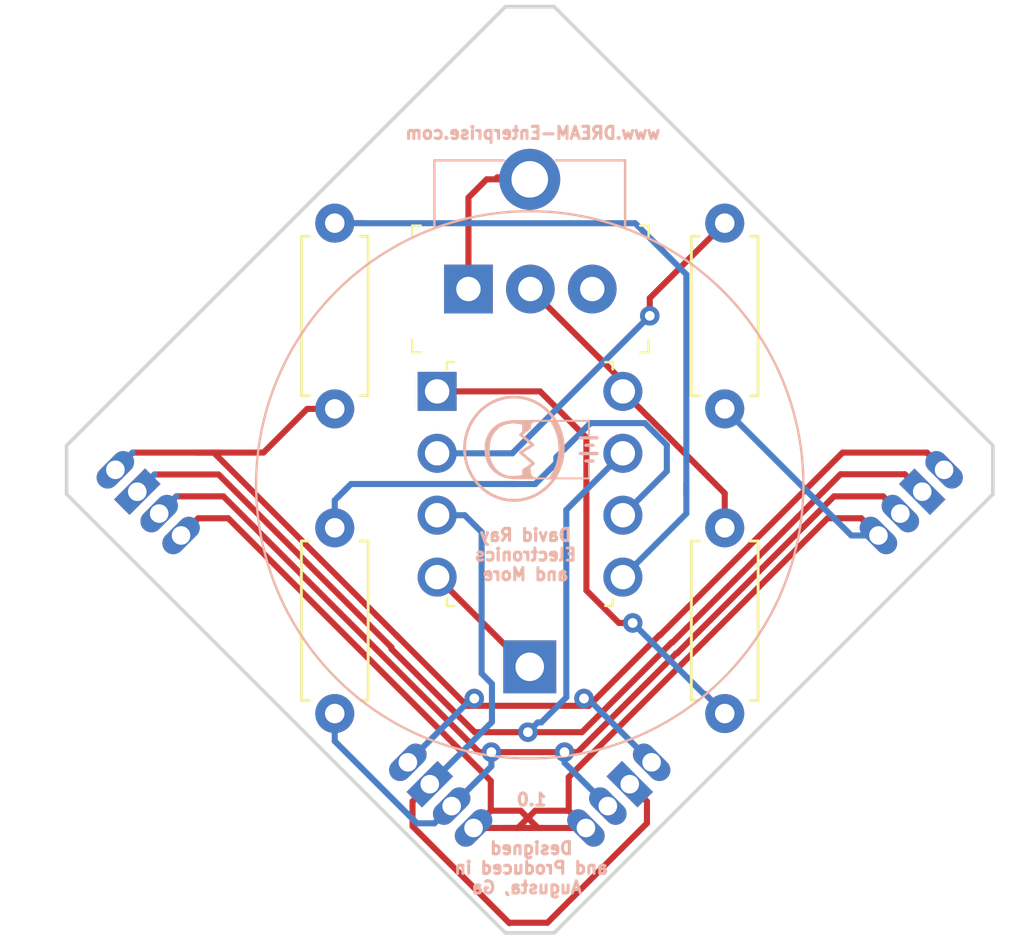
<source format=kicad_pcb>
(kicad_pcb (version 20171130) (host pcbnew "(5.0.0)")

  (general
    (thickness 1.6)
    (drawings 12)
    (tracks 157)
    (zones 0)
    (modules 13)
    (nets 14)
  )

  (page A4)
  (layers
    (0 F.Cu signal)
    (31 B.Cu signal)
    (32 B.Adhes user)
    (33 F.Adhes user)
    (34 B.Paste user)
    (35 F.Paste user)
    (36 B.SilkS user)
    (37 F.SilkS user)
    (38 B.Mask user)
    (39 F.Mask user)
    (40 Dwgs.User user)
    (41 Cmts.User user)
    (42 Eco1.User user)
    (43 Eco2.User user)
    (44 Edge.Cuts user)
    (45 Margin user)
    (46 B.CrtYd user)
    (47 F.CrtYd user)
    (48 B.Fab user)
    (49 F.Fab user)
  )

  (setup
    (last_trace_width 0.25)
    (trace_clearance 0.2)
    (zone_clearance 0.508)
    (zone_45_only no)
    (trace_min 0.2)
    (segment_width 0.2)
    (edge_width 0.15)
    (via_size 0.8)
    (via_drill 0.4)
    (via_min_size 0.4)
    (via_min_drill 0.3)
    (uvia_size 0.3)
    (uvia_drill 0.1)
    (uvias_allowed no)
    (uvia_min_size 0.2)
    (uvia_min_drill 0.1)
    (pcb_text_width 0.3)
    (pcb_text_size 1.5 1.5)
    (mod_edge_width 0.15)
    (mod_text_size 1 1)
    (mod_text_width 0.15)
    (pad_size 2.5 2.5)
    (pad_drill 1.5)
    (pad_to_mask_clearance 0.2)
    (aux_axis_origin 0 0)
    (visible_elements 7FFFFFFF)
    (pcbplotparams
      (layerselection 0x010fc_ffffffff)
      (usegerberextensions false)
      (usegerberattributes false)
      (usegerberadvancedattributes false)
      (creategerberjobfile false)
      (excludeedgelayer true)
      (linewidth 0.100000)
      (plotframeref false)
      (viasonmask false)
      (mode 1)
      (useauxorigin false)
      (hpglpennumber 1)
      (hpglpenspeed 20)
      (hpglpendiameter 15.000000)
      (psnegative false)
      (psa4output false)
      (plotreference true)
      (plotvalue true)
      (plotinvisibletext false)
      (padsonsilk false)
      (subtractmaskfromsilk false)
      (outputformat 1)
      (mirror false)
      (drillshape 0)
      (scaleselection 1)
      (outputdirectory ""))
  )

  (net 0 "")
  (net 1 A0)
  (net 2 B)
  (net 3 A1)
  (net 4 R)
  (net 5 PB0)
  (net 6 PB1)
  (net 7 G)
  (net 8 PB3)
  (net 9 PB5)
  (net 10 VCC)
  (net 11 BATT)
  (net 12 "Net-(SW1-Pad3)")
  (net 13 GND)

  (net_class Default "This is the default net class."
    (clearance 0.2)
    (trace_width 0.25)
    (via_dia 0.8)
    (via_drill 0.4)
    (uvia_dia 0.3)
    (uvia_drill 0.1)
    (add_net A0)
    (add_net A1)
    (add_net B)
    (add_net BATT)
    (add_net G)
    (add_net GND)
    (add_net "Net-(SW1-Pad3)")
    (add_net PB0)
    (add_net PB1)
    (add_net PB3)
    (add_net PB5)
    (add_net R)
    (add_net VCC)
  )

  (module DREAM_Custom:DREAM_RGB_0.9mm_Hole (layer F.Cu) (tedit 5C673D5C) (tstamp 5C98EA48)
    (at 55.875363 41.517365 225)
    (descr "LED, diameter 5.0mm, 2 pins, diameter 5.0mm, 3 pins, diameter 5.0mm, 4 pins, http://www.kingbright.com/attachments/file/psearch/000/00/00/L-154A4SUREQBFZGEW(Ver.9A).pdf")
    (tags "LED diameter 5.0mm 2 pins diameter 5.0mm 3 pins diameter 5.0mm 4 pins")
    (path /5C6F7920)
    (fp_text reference D2 (at 1.905 -3.96 225) (layer F.SilkS) hide
      (effects (font (size 1 1) (thickness 0.15)))
    )
    (fp_text value LED_RAGB (at 1.905 3.96 225) (layer F.Fab)
      (effects (font (size 1 1) (thickness 0.15)))
    )
    (fp_line (start -1.35 -3.25) (end -1.35 3.25) (layer F.CrtYd) (width 0.05))
    (fp_line (start -1.35 3.25) (end 5.15 3.25) (layer F.CrtYd) (width 0.05))
    (fp_line (start 5.15 3.25) (end 5.15 -3.25) (layer F.CrtYd) (width 0.05))
    (fp_line (start 5.15 -3.25) (end -1.35 -3.25) (layer F.CrtYd) (width 0.05))
    (fp_text user R (at 0 1.524 225) (layer F.SilkS) hide
      (effects (font (size 1 1) (thickness 0.15)))
    )
    (fp_text user A (at 1.27 1.524 225) (layer F.SilkS) hide
      (effects (font (size 1 1) (thickness 0.15)))
    )
    (fp_text user G (at 2.54 1.524 225) (layer F.SilkS) hide
      (effects (font (size 1 1) (thickness 0.15)))
    )
    (fp_text user B (at 3.81 1.524 225) (layer F.SilkS) hide
      (effects (font (size 1 1) (thickness 0.15)))
    )
    (pad 1 thru_hole oval (at 0 0 225) (size 0.9 1.8) (drill 0.762) (layers *.Cu *.Mask)
      (net 4 R))
    (pad 2 thru_hole rect (at 1.270001 0 225) (size 0.9 1.8) (drill 0.762) (layers *.Cu *.Mask)
      (net 1 A0))
    (pad 3 thru_hole oval (at 2.54 0 225) (size 0.9 1.8) (drill 0.762) (layers *.Cu *.Mask)
      (net 7 G))
    (pad 4 thru_hole oval (at 3.81 0 225) (size 0.9 1.8) (drill 0.762) (layers *.Cu *.Mask)
      (net 2 B))
    (model ${KISYS3DMOD}/LED_THT.3dshapes/LED_D5.0mm-4.wrl
      (at (xyz 0 0 0))
      (scale (xyz 1 1 1))
      (rotate (xyz 0 0 0))
    )
  )

  (module DREAM_Custom:DREAM_RGB_0.9mm_Hole (layer F.Cu) (tedit 5C673D5C) (tstamp 5C98EA38)
    (at 21.875363 41.517365 315)
    (descr "LED, diameter 5.0mm, 2 pins, diameter 5.0mm, 3 pins, diameter 5.0mm, 4 pins, http://www.kingbright.com/attachments/file/psearch/000/00/00/L-154A4SUREQBFZGEW(Ver.9A).pdf")
    (tags "LED diameter 5.0mm 2 pins diameter 5.0mm 3 pins diameter 5.0mm 4 pins")
    (path /5C6F6971)
    (fp_text reference D1 (at 1.905 -3.96 315) (layer F.SilkS) hide
      (effects (font (size 1 1) (thickness 0.15)))
    )
    (fp_text value LED_RAGB (at 1.905 3.96 315) (layer F.Fab)
      (effects (font (size 1 1) (thickness 0.15)))
    )
    (fp_line (start -1.35 -3.25) (end -1.35 3.25) (layer F.CrtYd) (width 0.05))
    (fp_line (start -1.35 3.25) (end 5.15 3.25) (layer F.CrtYd) (width 0.05))
    (fp_line (start 5.15 3.25) (end 5.15 -3.25) (layer F.CrtYd) (width 0.05))
    (fp_line (start 5.15 -3.25) (end -1.35 -3.25) (layer F.CrtYd) (width 0.05))
    (fp_text user R (at 0 1.524 315) (layer F.SilkS) hide
      (effects (font (size 1 1) (thickness 0.15)))
    )
    (fp_text user A (at 1.27 1.524 315) (layer F.SilkS) hide
      (effects (font (size 1 1) (thickness 0.15)))
    )
    (fp_text user G (at 2.54 1.524 315) (layer F.SilkS) hide
      (effects (font (size 1 1) (thickness 0.15)))
    )
    (fp_text user B (at 3.81 1.524 315) (layer F.SilkS) hide
      (effects (font (size 1 1) (thickness 0.15)))
    )
    (pad 1 thru_hole oval (at 0 0 315) (size 0.9 1.8) (drill 0.762) (layers *.Cu *.Mask)
      (net 4 R))
    (pad 2 thru_hole rect (at 1.270001 0 315) (size 0.9 1.8) (drill 0.762) (layers *.Cu *.Mask)
      (net 1 A0))
    (pad 3 thru_hole oval (at 2.54 0 315) (size 0.9 1.8) (drill 0.762) (layers *.Cu *.Mask)
      (net 7 G))
    (pad 4 thru_hole oval (at 3.81 0 315) (size 0.9 1.8) (drill 0.762) (layers *.Cu *.Mask)
      (net 2 B))
    (model ${KISYS3DMOD}/LED_THT.3dshapes/LED_D5.0mm-4.wrl
      (at (xyz 0 0 0))
      (scale (xyz 1 1 1))
      (rotate (xyz 0 0 0))
    )
  )

  (module DREAM_Custom:DREAM_RGB_0.9mm_Hole (layer F.Cu) (tedit 5C673D5C) (tstamp 5C98EA58)
    (at 33.875363 53.517365 315)
    (descr "LED, diameter 5.0mm, 2 pins, diameter 5.0mm, 3 pins, diameter 5.0mm, 4 pins, http://www.kingbright.com/attachments/file/psearch/000/00/00/L-154A4SUREQBFZGEW(Ver.9A).pdf")
    (tags "LED diameter 5.0mm 2 pins diameter 5.0mm 3 pins diameter 5.0mm 4 pins")
    (path /5C6F88C8)
    (fp_text reference D3 (at 1.905 -3.96 315) (layer F.SilkS) hide
      (effects (font (size 1 1) (thickness 0.15)))
    )
    (fp_text value LED_RAGB (at 1.905 3.96 315) (layer F.Fab)
      (effects (font (size 1 1) (thickness 0.15)))
    )
    (fp_line (start -1.35 -3.25) (end -1.35 3.25) (layer F.CrtYd) (width 0.05))
    (fp_line (start -1.35 3.25) (end 5.15 3.25) (layer F.CrtYd) (width 0.05))
    (fp_line (start 5.15 3.25) (end 5.15 -3.25) (layer F.CrtYd) (width 0.05))
    (fp_line (start 5.15 -3.25) (end -1.35 -3.25) (layer F.CrtYd) (width 0.05))
    (fp_text user R (at 0 1.524 315) (layer F.SilkS) hide
      (effects (font (size 1 1) (thickness 0.15)))
    )
    (fp_text user A (at 1.27 1.524 315) (layer F.SilkS) hide
      (effects (font (size 1 1) (thickness 0.15)))
    )
    (fp_text user G (at 2.54 1.524 315) (layer F.SilkS) hide
      (effects (font (size 1 1) (thickness 0.15)))
    )
    (fp_text user B (at 3.81 1.524 315) (layer F.SilkS) hide
      (effects (font (size 1 1) (thickness 0.15)))
    )
    (pad 1 thru_hole oval (at 0 0 315) (size 0.9 1.8) (drill 0.762) (layers *.Cu *.Mask)
      (net 4 R))
    (pad 2 thru_hole rect (at 1.270001 0 315) (size 0.9 1.8) (drill 0.762) (layers *.Cu *.Mask)
      (net 3 A1))
    (pad 3 thru_hole oval (at 2.54 0 315) (size 0.9 1.8) (drill 0.762) (layers *.Cu *.Mask)
      (net 7 G))
    (pad 4 thru_hole oval (at 3.81 0 315) (size 0.9 1.8) (drill 0.762) (layers *.Cu *.Mask)
      (net 2 B))
    (model ${KISYS3DMOD}/LED_THT.3dshapes/LED_D5.0mm-4.wrl
      (at (xyz 0 0 0))
      (scale (xyz 1 1 1))
      (rotate (xyz 0 0 0))
    )
  )

  (module DREAM_Custom:DREAM_RGB_0.9mm_Hole (layer F.Cu) (tedit 5C673D5C) (tstamp 5CB24F60)
    (at 43.875363 53.517365 225)
    (descr "LED, diameter 5.0mm, 2 pins, diameter 5.0mm, 3 pins, diameter 5.0mm, 4 pins, http://www.kingbright.com/attachments/file/psearch/000/00/00/L-154A4SUREQBFZGEW(Ver.9A).pdf")
    (tags "LED diameter 5.0mm 2 pins diameter 5.0mm 3 pins diameter 5.0mm 4 pins")
    (path /5C6F9865)
    (fp_text reference D4 (at 1.905 -3.96 225) (layer F.SilkS) hide
      (effects (font (size 1 1) (thickness 0.15)))
    )
    (fp_text value LED_RAGB (at 1.905 3.96 225) (layer F.Fab)
      (effects (font (size 1 1) (thickness 0.15)))
    )
    (fp_line (start -1.35 -3.25) (end -1.35 3.25) (layer F.CrtYd) (width 0.05))
    (fp_line (start -1.35 3.25) (end 5.15 3.25) (layer F.CrtYd) (width 0.05))
    (fp_line (start 5.15 3.25) (end 5.15 -3.25) (layer F.CrtYd) (width 0.05))
    (fp_line (start 5.15 -3.25) (end -1.35 -3.25) (layer F.CrtYd) (width 0.05))
    (fp_text user R (at 0 1.524 225) (layer F.SilkS) hide
      (effects (font (size 1 1) (thickness 0.15)))
    )
    (fp_text user A (at 1.27 1.524 225) (layer F.SilkS) hide
      (effects (font (size 1 1) (thickness 0.15)))
    )
    (fp_text user G (at 2.54 1.524 225) (layer F.SilkS) hide
      (effects (font (size 1 1) (thickness 0.15)))
    )
    (fp_text user B (at 3.81 1.524 225) (layer F.SilkS) hide
      (effects (font (size 1 1) (thickness 0.15)))
    )
    (pad 1 thru_hole oval (at 0 0 225) (size 0.9 1.8) (drill 0.762) (layers *.Cu *.Mask)
      (net 4 R))
    (pad 2 thru_hole rect (at 1.270001 0 225) (size 0.9 1.8) (drill 0.762) (layers *.Cu *.Mask)
      (net 3 A1))
    (pad 3 thru_hole oval (at 2.54 0 225) (size 0.9 1.8) (drill 0.762) (layers *.Cu *.Mask)
      (net 7 G))
    (pad 4 thru_hole oval (at 3.81 0 225) (size 0.9 1.8) (drill 0.762) (layers *.Cu *.Mask)
      (net 2 B))
    (model ${KISYS3DMOD}/LED_THT.3dshapes/LED_D5.0mm-4.wrl
      (at (xyz 0 0 0))
      (scale (xyz 1 1 1))
      (rotate (xyz 0 0 0))
    )
  )

  (module DREAM_Custom:DREAM_LOGO_TINY (layer B.Cu) (tedit 0) (tstamp 5C74AFE8)
    (at 38.9 40.65 180)
    (fp_text reference G*** (at 0 0 180) (layer B.SilkS) hide
      (effects (font (size 1.524 1.524) (thickness 0.3)) (justify mirror))
    )
    (fp_text value LOGO (at 0.75 0 180) (layer B.SilkS) hide
      (effects (font (size 1.524 1.524) (thickness 0.3)) (justify mirror))
    )
    (fp_poly (pts (xy -2.366097 0.203083) (xy -2.324328 0.202566) (xy -2.294314 0.201398) (xy -2.273465 0.199329)
      (xy -2.259193 0.196109) (xy -2.248908 0.191488) (xy -2.240575 0.185652) (xy -2.221961 0.16172)
      (xy -2.217745 0.133846) (xy -2.227926 0.107002) (xy -2.240575 0.093748) (xy -2.24924 0.087705)
      (xy -2.259344 0.083248) (xy -2.27341 0.08015) (xy -2.293958 0.078186) (xy -2.323511 0.077128)
      (xy -2.36459 0.076753) (xy -2.419716 0.076833) (xy -2.428958 0.076869) (xy -2.48078 0.077288)
      (xy -2.527112 0.078061) (xy -2.565169 0.079109) (xy -2.592166 0.080353) (xy -2.605317 0.081715)
      (xy -2.605795 0.081867) (xy -2.622378 0.096543) (xy -2.632924 0.120812) (xy -2.635022 0.147726)
      (xy -2.632536 0.15894) (xy -2.626091 0.173242) (xy -2.616576 0.184118) (xy -2.601812 0.192027)
      (xy -2.57962 0.197428) (xy -2.547821 0.200778) (xy -2.504237 0.202538) (xy -2.446687 0.203164)
      (xy -2.42221 0.2032) (xy -2.366097 0.203083)) (layer B.SilkS) (width 0.01))
    (fp_poly (pts (xy -2.001982 -0.156248) (xy -1.987814 -0.173842) (xy -1.981254 -0.188742) (xy -1.9812 -0.189717)
      (xy -1.987991 -0.217231) (xy -2.004998 -0.2418) (xy -2.020632 -0.253066) (xy -2.034264 -0.255728)
      (xy -2.062709 -0.257934) (xy -2.106342 -0.259692) (xy -2.165537 -0.261013) (xy -2.240668 -0.261906)
      (xy -2.332108 -0.262379) (xy -2.401083 -0.262467) (xy -2.760903 -0.262467) (xy -2.781685 -0.241685)
      (xy -2.796123 -0.22105) (xy -2.802454 -0.199734) (xy -2.802466 -0.198967) (xy -2.796597 -0.177856)
      (xy -2.7824 -0.156976) (xy -2.781685 -0.156248) (xy -2.760903 -0.135467) (xy -2.022763 -0.135467)
      (xy -2.001982 -0.156248)) (layer B.SilkS) (width 0.01))
    (fp_poly (pts (xy 0.805109 2.171315) (xy 0.982452 2.151803) (xy 1.158407 2.116107) (xy 1.331993 2.064087)
      (xy 1.39751 2.039862) (xy 1.565956 1.965272) (xy 1.726036 1.876435) (xy 1.877093 1.77418)
      (xy 2.018469 1.65934) (xy 2.149505 1.532744) (xy 2.269544 1.395223) (xy 2.377926 1.247607)
      (xy 2.473995 1.090727) (xy 2.557091 0.925413) (xy 2.626557 0.752497) (xy 2.681734 0.572809)
      (xy 2.721964 0.387178) (xy 2.725913 0.363571) (xy 2.748704 0.171505) (xy 2.755139 -0.019998)
      (xy 2.745535 -0.20994) (xy 2.720208 -0.397324) (xy 2.679475 -0.581151) (xy 2.623653 -0.760424)
      (xy 2.553059 -0.934145) (xy 2.468008 -1.101315) (xy 2.368818 -1.260937) (xy 2.255805 -1.412013)
      (xy 2.129285 -1.553545) (xy 2.112197 -1.570856) (xy 1.973007 -1.698615) (xy 1.825107 -1.811897)
      (xy 1.668896 -1.9105) (xy 1.504772 -1.99422) (xy 1.333133 -2.062857) (xy 1.15438 -2.116206)
      (xy 0.968909 -2.154066) (xy 0.960967 -2.155316) (xy 0.915687 -2.160738) (xy 0.857813 -2.165242)
      (xy 0.791489 -2.168729) (xy 0.72086 -2.171098) (xy 0.650069 -2.172251) (xy 0.583261 -2.172088)
      (xy 0.524579 -2.17051) (xy 0.478169 -2.167417) (xy 0.474133 -2.166996) (xy 0.292552 -2.138715)
      (xy 0.114077 -2.09416) (xy -0.059925 -2.033897) (xy -0.228089 -1.958495) (xy -0.389048 -1.868523)
      (xy -0.541437 -1.764548) (xy -0.5969 -1.721415) (xy -0.651096 -1.675066) (xy -0.711027 -1.61927)
      (xy -0.773294 -1.557552) (xy -0.8345 -1.493435) (xy -0.891245 -1.430442) (xy -0.940131 -1.372098)
      (xy -0.9652 -1.339538) (xy -1.0287 -1.253312) (xy -2.4384 -1.253066) (xy -2.4384 -0.567267)
      (xy -2.513907 -0.567267) (xy -2.556473 -0.566778) (xy -2.585562 -0.564633) (xy -2.604618 -0.559809)
      (xy -2.617086 -0.551286) (xy -2.62641 -0.538042) (xy -2.629037 -0.533134) (xy -2.635902 -0.504093)
      (xy -2.62916 -0.475947) (xy -2.610615 -0.454388) (xy -2.60268 -0.4499) (xy -2.585128 -0.446084)
      (xy -2.55197 -0.44317) (xy -2.504512 -0.441226) (xy -2.444061 -0.440324) (xy -2.42221 -0.440267)
      (xy -2.366097 -0.440383) (xy -2.324328 -0.440901) (xy -2.294314 -0.442069) (xy -2.273465 -0.444138)
      (xy -2.259193 -0.447358) (xy -2.248908 -0.451979) (xy -2.240575 -0.457814) (xy -2.222742 -0.479152)
      (xy -2.218266 -0.503767) (xy -2.224618 -0.533016) (xy -2.244087 -0.553067) (xy -2.277299 -0.564319)
      (xy -2.316775 -0.567267) (xy -2.370667 -0.567267) (xy -2.370667 -1.185333) (xy -1.722966 -1.185333)
      (xy -1.619902 -1.185295) (xy -1.521896 -1.185183) (xy -1.430245 -1.185005) (xy -1.346245 -1.184766)
      (xy -1.271192 -1.184473) (xy -1.206381 -1.18413) (xy -1.15311 -1.183745) (xy -1.112673 -1.183323)
      (xy -1.086368 -1.182871) (xy -1.075489 -1.182394) (xy -1.075267 -1.182315) (xy -1.079231 -1.174194)
      (xy -1.089935 -1.15466) (xy -1.105591 -1.126932) (xy -1.118754 -1.103998) (xy -1.18927 -0.968778)
      (xy -1.252142 -0.821549) (xy -1.30611 -0.665989) (xy -1.349914 -0.505771) (xy -1.382297 -0.344572)
      (xy -1.385258 -0.325967) (xy -1.39204 -0.268719) (xy -1.397081 -0.19846) (xy -1.400382 -0.11902)
      (xy -1.401384 -0.06452) (xy -1.156429 -0.06452) (xy -1.14209 -0.246457) (xy -1.110921 -0.427639)
      (xy -1.06292 -0.60758) (xy -1.04842 -0.651933) (xy -1.020864 -0.725117) (xy -0.985549 -0.806572)
      (xy -0.945027 -0.891138) (xy -0.901849 -0.973655) (xy -0.858565 -1.048961) (xy -0.829507 -1.094716)
      (xy -0.76838 -1.186132) (xy -0.173566 -1.1811) (xy -0.129642 -1.15794) (xy -0.095955 -1.136989)
      (xy -0.069387 -1.112235) (xy -0.049007 -1.081419) (xy -0.033888 -1.042282) (xy -0.0231 -0.992567)
      (xy -0.015714 -0.930016) (xy -0.011744 -0.871381) (xy -0.006085 -0.764863) (xy -0.094059 -0.701941)
      (xy -0.131117 -0.67498) (xy -0.156371 -0.655126) (xy -0.172115 -0.640107) (xy -0.18064 -0.627647)
      (xy -0.18424 -0.615474) (xy -0.184649 -0.612109) (xy -0.183373 -0.602356) (xy -0.043062 -0.602356)
      (xy -0.023648 -0.617095) (xy 0.019899 -0.648856) (xy 0.073236 -0.685749) (xy 0.131457 -0.724497)
      (xy 0.189656 -0.761824) (xy 0.232834 -0.788418) (xy 0.325967 -0.844469) (xy 0.3302 -0.961621)
      (xy 0.334434 -1.078772) (xy 0.389467 -1.090138) (xy 0.46676 -1.104925) (xy 0.534588 -1.114911)
      (xy 0.599532 -1.120707) (xy 0.668173 -1.122924) (xy 0.7366 -1.122407) (xy 0.794813 -1.120784)
      (xy 0.840633 -1.118295) (xy 0.878599 -1.11444) (xy 0.913247 -1.108716) (xy 0.949114 -1.100622)
      (xy 0.960967 -1.097612) (xy 1.061868 -1.064211) (xy 1.16136 -1.017497) (xy 1.255756 -0.959749)
      (xy 1.341367 -0.893244) (xy 1.414505 -0.82026) (xy 1.419561 -0.814382) (xy 1.488452 -0.724571)
      (xy 1.545156 -0.63073) (xy 1.590929 -0.530069) (xy 1.627024 -0.419801) (xy 1.654694 -0.297138)
      (xy 1.656375 -0.287867) (xy 1.663251 -0.235777) (xy 1.668004 -0.171402) (xy 1.670629 -0.099256)
      (xy 1.67112 -0.023854) (xy 1.669472 0.05029) (xy 1.665678 0.118661) (xy 1.659734 0.176744)
      (xy 1.65697 0.194834) (xy 1.627254 0.329307) (xy 1.586132 0.451745) (xy 1.533181 0.562996)
      (xy 1.467983 0.663911) (xy 1.390116 0.755339) (xy 1.369424 0.776035) (xy 1.278773 0.854352)
      (xy 1.1829 0.91788) (xy 1.080208 0.967331) (xy 0.969096 1.003418) (xy 0.847968 1.026853)
      (xy 0.792277 1.03323) (xy 0.689561 1.037264) (xy 0.579081 1.030724) (xy 0.458586 1.013448)
      (xy 0.421224 1.006361) (xy 0.3302 0.988226) (xy 0.3302 0.696347) (xy 0.389229 0.653279)
      (xy 0.426422 0.623096) (xy 0.448737 0.597142) (xy 0.45721 0.573858) (xy 0.454402 0.555254)
      (xy 0.446962 0.547239) (xy 0.427894 0.529876) (xy 0.39873 0.504475) (xy 0.361004 0.472341)
      (xy 0.316248 0.434782) (xy 0.265996 0.393106) (xy 0.220486 0.355733) (xy 0.167239 0.311898)
      (xy 0.11862 0.271292) (xy 0.076085 0.23518) (xy 0.041092 0.204821) (xy 0.015097 0.181477)
      (xy -0.000443 0.16641) (xy -0.004327 0.161018) (xy 0.003755 0.154956) (xy 0.02452 0.141227)
      (xy 0.056183 0.120958) (xy 0.096959 0.095278) (xy 0.145063 0.065316) (xy 0.198709 0.032201)
      (xy 0.22461 0.016308) (xy 0.291465 -0.024799) (xy 0.345035 -0.05833) (xy 0.386568 -0.085399)
      (xy 0.417311 -0.10712) (xy 0.438513 -0.124608) (xy 0.451422 -0.138976) (xy 0.457286 -0.15134)
      (xy 0.457352 -0.162812) (xy 0.452869 -0.174508) (xy 0.447919 -0.183063) (xy 0.438848 -0.192743)
      (xy 0.418265 -0.211871) (xy 0.387708 -0.239103) (xy 0.348716 -0.273099) (xy 0.302828 -0.312516)
      (xy 0.251584 -0.356013) (xy 0.196521 -0.402248) (xy 0.196486 -0.402277) (xy -0.043062 -0.602356)
      (xy -0.183373 -0.602356) (xy -0.18087 -0.583235) (xy -0.171937 -0.569882) (xy -0.162031 -0.561003)
      (xy -0.140723 -0.542611) (xy -0.109603 -0.516054) (xy -0.07026 -0.482682) (xy -0.024284 -0.443841)
      (xy 0.026737 -0.400882) (xy 0.074565 -0.360726) (xy 0.127674 -0.315859) (xy 0.176109 -0.274294)
      (xy 0.218459 -0.237292) (xy 0.253313 -0.206115) (xy 0.279261 -0.182022) (xy 0.294892 -0.166275)
      (xy 0.29892 -0.160211) (xy 0.290226 -0.154246) (xy 0.268931 -0.1406) (xy 0.236877 -0.120426)
      (xy 0.195909 -0.094877) (xy 0.147871 -0.065105) (xy 0.094608 -0.032265) (xy 0.0762 -0.020952)
      (xy 0.021395 0.012777) (xy -0.028995 0.043925) (xy -0.073084 0.071317) (xy -0.108986 0.093776)
      (xy -0.134814 0.110126) (xy -0.148684 0.119189) (xy -0.150283 0.120353) (xy -0.157615 0.134305)
      (xy -0.160858 0.156128) (xy -0.160866 0.157274) (xy -0.160252 0.165263) (xy -0.157555 0.173493)
      (xy -0.151498 0.183163) (xy -0.140802 0.19547) (xy -0.124187 0.211612) (xy -0.100376 0.232788)
      (xy -0.06809 0.260194) (xy -0.026049 0.295028) (xy 0.027024 0.33849) (xy 0.06985 0.373404)
      (xy 0.123781 0.417346) (xy 0.173628 0.457984) (xy 0.21785 0.49406) (xy 0.254903 0.524312)
      (xy 0.283244 0.547483) (xy 0.30133 0.562311) (xy 0.307513 0.567437) (xy 0.302941 0.573903)
      (xy 0.286396 0.588823) (xy 0.259655 0.610766) (xy 0.224494 0.638302) (xy 0.182691 0.670002)
      (xy 0.149896 0.694294) (xy -0.014668 0.815048) (xy -0.019438 0.879541) (xy -0.027212 0.941816)
      (xy -0.041321 0.990637) (xy -0.06346 1.028832) (xy -0.095327 1.059235) (xy -0.13862 1.084674)
      (xy -0.143933 1.087189) (xy -0.154489 1.091756) (xy -0.165763 1.095487) (xy -0.179545 1.098485)
      (xy -0.197628 1.100853) (xy -0.221801 1.102691) (xy -0.253856 1.104103) (xy -0.295585 1.105191)
      (xy -0.348778 1.106056) (xy -0.415227 1.1068) (xy -0.496722 1.107526) (xy -0.501518 1.107566)
      (xy -0.821003 1.110231) (xy -0.855433 1.056766) (xy -0.880631 1.014548) (xy -0.909796 0.960705)
      (xy -0.940904 0.899451) (xy -0.971931 0.834999) (xy -1.000853 0.771564) (xy -1.025647 0.713358)
      (xy -1.044287 0.664596) (xy -1.045509 0.661062) (xy -1.098478 0.480962) (xy -1.134622 0.299675)
      (xy -1.15394 0.117685) (xy -1.156429 -0.06452) (xy -1.401384 -0.06452) (xy -1.401942 -0.03423)
      (xy -1.401761 0.052078) (xy -1.39984 0.136072) (xy -1.396178 0.213922) (xy -1.390776 0.281796)
      (xy -1.385258 0.325967) (xy -1.361647 0.452602) (xy -1.330007 0.582065) (xy -1.291606 0.710511)
      (xy -1.247713 0.834099) (xy -1.199595 0.948987) (xy -1.14852 1.05133) (xy -1.142026 1.062989)
      (xy -1.115983 1.109133) (xy -2.370667 1.109133) (xy -2.370667 0.508) (xy -2.198038 0.508)
      (xy -2.139057 0.507873) (xy -2.094596 0.507361) (xy -2.062246 0.506263) (xy -2.039593 0.504382)
      (xy -2.024228 0.501519) (xy -2.013738 0.497475) (xy -2.005844 0.492158) (xy -1.989929 0.4695)
      (xy -1.985536 0.44103) (xy -1.992667 0.413344) (xy -2.005844 0.396843) (xy -2.011362 0.39302)
      (xy -2.018636 0.389865) (xy -2.029226 0.387314) (xy -2.044693 0.385304) (xy -2.066599 0.38377)
      (xy -2.096505 0.382649) (xy -2.135971 0.381877) (xy -2.186559 0.381391) (xy -2.24983 0.381125)
      (xy -2.327343 0.381017) (xy -2.393156 0.381) (xy -2.760903 0.381) (xy -2.781685 0.401782)
      (xy -2.799043 0.428863) (xy -2.799883 0.457267) (xy -2.784206 0.484593) (xy -2.781685 0.487218)
      (xy -2.774031 0.494427) (xy -2.765886 0.49974) (xy -2.754718 0.503447) (xy -2.737993 0.505836)
      (xy -2.71318 0.507197) (xy -2.677745 0.50782) (xy -2.629155 0.507992) (xy -2.599651 0.508)
      (xy -2.4384 0.508) (xy -2.4384 1.176867) (xy -1.077808 1.176867) (xy -1.074991 1.1811)
      (xy -0.947556 1.1811) (xy -0.120295 1.176344) (xy 0.024055 1.175494) (xy 0.152652 1.174662)
      (xy 0.266676 1.173796) (xy 0.367307 1.172844) (xy 0.455726 1.171751) (xy 0.533112 1.170467)
      (xy 0.600645 1.168937) (xy 0.659507 1.167109) (xy 0.710876 1.164931) (xy 0.755933 1.162349)
      (xy 0.795858 1.159311) (xy 0.831831 1.155764) (xy 0.865033 1.151655) (xy 0.896643 1.146932)
      (xy 0.927841 1.141541) (xy 0.959808 1.135431) (xy 0.993724 1.128547) (xy 1.006139 1.125973)
      (xy 1.140893 1.090654) (xy 1.264141 1.042978) (xy 1.376274 0.982641) (xy 1.477679 0.909339)
      (xy 1.568747 0.822768) (xy 1.649867 0.722622) (xy 1.721428 0.608598) (xy 1.757505 0.538499)
      (xy 1.797193 0.448031) (xy 1.827747 0.359927) (xy 1.84996 0.270377) (xy 1.864621 0.175571)
      (xy 1.872521 0.071696) (xy 1.874511 -0.0254) (xy 1.87336 -0.113217) (xy 1.869427 -0.188656)
      (xy 1.862094 -0.256136) (xy 1.850745 -0.320074) (xy 1.834763 -0.384887) (xy 1.815333 -0.449413)
      (xy 1.765024 -0.579715) (xy 1.701369 -0.699876) (xy 1.624935 -0.809411) (xy 1.536285 -0.907837)
      (xy 1.435986 -0.994669) (xy 1.324601 -1.069423) (xy 1.202696 -1.131614) (xy 1.070836 -1.180759)
      (xy 0.929586 -1.216373) (xy 0.918006 -1.218602) (xy 0.887217 -1.224266) (xy 0.857845 -1.229273)
      (xy 0.828682 -1.233662) (xy 0.79852 -1.237474) (xy 0.766149 -1.240751) (xy 0.730361 -1.243531)
      (xy 0.689947 -1.245857) (xy 0.643698 -1.247768) (xy 0.590406 -1.249305) (xy 0.528861 -1.250508)
      (xy 0.457855 -1.251419) (xy 0.37618 -1.252077) (xy 0.282626 -1.252523) (xy 0.175984 -1.252797)
      (xy 0.055047 -1.252941) (xy -0.081395 -1.252994) (xy -0.10795 -1.252997) (xy -0.221353 -1.253057)
      (xy -0.329813 -1.25321) (xy -0.43215 -1.253451) (xy -0.527184 -1.253771) (xy -0.613733 -1.254164)
      (xy -0.690619 -1.254622) (xy -0.756661 -1.255139) (xy -0.810679 -1.255706) (xy -0.851492 -1.256317)
      (xy -0.877921 -1.256965) (xy -0.888785 -1.257641) (xy -0.889 -1.257752) (xy -0.883521 -1.268316)
      (xy -0.868375 -1.28894) (xy -0.845498 -1.317348) (xy -0.816826 -1.351268) (xy -0.784295 -1.388424)
      (xy -0.74984 -1.426544) (xy -0.715398 -1.463352) (xy -0.703059 -1.47617) (xy -0.569925 -1.601354)
      (xy -0.427416 -1.712687) (xy -0.276329 -1.80977) (xy -0.117462 -1.892208) (xy 0.048386 -1.959603)
      (xy 0.220417 -2.011559) (xy 0.397833 -2.047679) (xy 0.465667 -2.057069) (xy 0.514693 -2.061055)
      (xy 0.576411 -2.063106) (xy 0.646706 -2.063347) (xy 0.721462 -2.061904) (xy 0.796565 -2.058903)
      (xy 0.867897 -2.05447) (xy 0.931344 -2.048729) (xy 0.982792 -2.041806) (xy 0.986367 -2.041187)
      (xy 1.164665 -2.001271) (xy 1.336266 -1.94603) (xy 1.50054 -1.875946) (xy 1.656852 -1.791504)
      (xy 1.804572 -1.693188) (xy 1.943065 -1.581483) (xy 2.071701 -1.456872) (xy 2.189847 -1.319839)
      (xy 2.29687 -1.170869) (xy 2.392137 -1.010446) (xy 2.430555 -0.935567) (xy 2.503678 -0.769941)
      (xy 2.561019 -0.603379) (xy 2.603039 -0.43385) (xy 2.630204 -0.259322) (xy 2.642977 -0.077765)
      (xy 2.644162 0) (xy 2.637216 0.185065) (xy 2.616071 0.362259) (xy 2.580262 0.533613)
      (xy 2.529325 0.701158) (xy 2.462797 0.866925) (xy 2.430555 0.935567) (xy 2.340476 1.101372)
      (xy 2.238373 1.255793) (xy 2.12485 1.398377) (xy 2.000509 1.528667) (xy 1.865951 1.646209)
      (xy 1.721779 1.750547) (xy 1.568595 1.841227) (xy 1.407002 1.917793) (xy 1.237601 1.979791)
      (xy 1.060994 2.026765) (xy 0.960967 2.046039) (xy 0.907899 2.052758) (xy 0.842331 2.057677)
      (xy 0.768198 2.060798) (xy 0.689437 2.062119) (xy 0.609981 2.061639) (xy 0.533769 2.059359)
      (xy 0.464734 2.055277) (xy 0.406812 2.049394) (xy 0.385234 2.046125) (xy 0.258397 2.020903)
      (xy 0.142324 1.990553) (xy 0.031155 1.953187) (xy -0.080967 1.906917) (xy -0.156633 1.871414)
      (xy -0.293296 1.798896) (xy -0.417742 1.720215) (xy -0.534022 1.632418) (xy -0.646188 1.532553)
      (xy -0.712409 1.466432) (xy -0.752631 1.423256) (xy -0.795516 1.374783) (xy -0.836518 1.326296)
      (xy -0.871088 1.283083) (xy -0.878061 1.273898) (xy -0.947556 1.1811) (xy -1.074991 1.1811)
      (xy -1.030742 1.247591) (xy -0.96296 1.34167) (xy -0.883624 1.438655) (xy -0.796441 1.534615)
      (xy -0.705121 1.62562) (xy -0.613372 1.707739) (xy -0.545762 1.761693) (xy -0.392668 1.866585)
      (xy -0.233105 1.956418) (xy -0.068057 2.031052) (xy 0.101496 2.090346) (xy 0.274571 2.13416)
      (xy 0.450186 2.162353) (xy 0.62736 2.174785) (xy 0.805109 2.171315)) (layer B.SilkS) (width 0.01))
  )

  (module digikey-footprints:DIP-8_W7.62mm (layer F.Cu) (tedit 5B86B3A2) (tstamp 5C98EAF9)
    (at 35.075363 38.3)
    (descr http://media.digikey.com/pdf/Data%20Sheets/Lite-On%20PDFs/6N137%20Series.pdf)
    (path /5C65DFDE)
    (fp_text reference U1 (at 3.81 -2.33) (layer F.SilkS) hide
      (effects (font (size 1 1) (thickness 0.15)))
    )
    (fp_text value ATTINY85-20PU (at 3.81 9.95) (layer F.Fab)
      (effects (font (size 1 1) (thickness 0.15)))
    )
    (fp_text user REF** (at 3.94 3.49) (layer F.Fab)
      (effects (font (size 1 1) (thickness 0.1)))
    )
    (fp_line (start 0.55 -1.04) (end 0.55 8.64) (layer F.Fab) (width 0.1))
    (fp_line (start 7.05 -1.04) (end 7.05 8.64) (layer F.Fab) (width 0.1))
    (fp_line (start 0.55 -1.04) (end 7.05 -1.04) (layer F.Fab) (width 0.1))
    (fp_line (start 0.55 8.64) (end 7.05 8.64) (layer F.Fab) (width 0.1))
    (fp_line (start 0.4 8.8) (end 0.7 8.8) (layer F.SilkS) (width 0.1))
    (fp_line (start 0.4 8.5) (end 0.4 8.8) (layer F.SilkS) (width 0.1))
    (fp_line (start 7.2 8.8) (end 6.9 8.8) (layer F.SilkS) (width 0.1))
    (fp_line (start 7.2 8.5) (end 7.2 8.8) (layer F.SilkS) (width 0.1))
    (fp_line (start 7.2 -1.2) (end 6.9 -1.2) (layer F.SilkS) (width 0.1))
    (fp_line (start 7.2 -0.9) (end 7.2 -1.2) (layer F.SilkS) (width 0.1))
    (fp_line (start 0.4 -1.2) (end 0.7 -1.2) (layer F.SilkS) (width 0.1))
    (fp_line (start 0.4 -0.9) (end 0.4 -1.2) (layer F.SilkS) (width 0.1))
    (fp_line (start -1.05 -1.29) (end 8.67 -1.29) (layer F.CrtYd) (width 0.1))
    (fp_line (start 8.67 -1.29) (end 8.67 8.89) (layer F.CrtYd) (width 0.1))
    (fp_line (start -1.05 -1.29) (end -1.05 8.89) (layer F.CrtYd) (width 0.1))
    (fp_line (start -1.05 8.89) (end 8.67 8.89) (layer F.CrtYd) (width 0.1))
    (pad 8 thru_hole circle (at 7.62 0) (size 1.6 1.6) (drill 1) (layers *.Cu *.Mask)
      (net 10 VCC))
    (pad 7 thru_hole circle (at 7.62 2.54) (size 1.6 1.6) (drill 1) (layers *.Cu *.Mask)
      (net 1 A0))
    (pad 6 thru_hole circle (at 7.62 5.08) (size 1.6 1.6) (drill 1) (layers *.Cu *.Mask)
      (net 6 PB1))
    (pad 5 thru_hole circle (at 7.62 7.62) (size 1.6 1.6) (drill 1) (layers *.Cu *.Mask)
      (net 5 PB0))
    (pad 4 thru_hole circle (at 0 7.62) (size 1.6 1.6) (drill 1) (layers *.Cu *.Mask)
      (net 13 GND))
    (pad 3 thru_hole circle (at 0 5.08) (size 1.6 1.6) (drill 1) (layers *.Cu *.Mask)
      (net 3 A1))
    (pad 2 thru_hole circle (at 0 2.54) (size 1.6 1.6) (drill 1) (layers *.Cu *.Mask)
      (net 8 PB3))
    (pad 1 thru_hole rect (at 0 0) (size 1.6 1.6) (drill 1) (layers *.Cu *.Mask)
      (net 9 PB5))
    (model ${KISYS3DMOD}/Housings_DIP.3dshapes/DIP-8_W7.62mm.wrl
      (at (xyz 0 0 0))
      (scale (xyz 1 1 1))
      (rotate (xyz 0 0 0))
    )
  )

  (module digikey-footprints:Battery_Holder_Coin_2032_BS-7 (layer B.Cu) (tedit 5C673A94) (tstamp 5CBF3680)
    (at 38.875363 49.6 90)
    (descr http://www.memoryprotectiondevices.com/datasheets/BS-7-datasheet.pdf)
    (path /5C6D3B8A)
    (fp_text reference BT1 (at 7.52856 12.3063 90) (layer B.SilkS) hide
      (effects (font (size 1 1) (thickness 0.15)) (justify mirror))
    )
    (fp_text value Battery_Cell (at 7.4676 -13.56 90) (layer B.Fab) hide
      (effects (font (size 1 1) (thickness 0.15)) (justify mirror))
    )
    (fp_circle (center 7.4676 0) (end -3.7084 0) (layer B.Fab) (width 0.1))
    (fp_circle (center 7.4676 0) (end -3.7592 0) (layer B.SilkS) (width 0.1))
    (fp_text user %R (at 7.4676 0 90) (layer B.Fab)
      (effects (font (size 1 1) (thickness 0.15)) (justify mirror))
    )
    (fp_line (start 17.9832 3.81) (end 20.6756 3.81) (layer B.Fab) (width 0.1))
    (fp_line (start 17.9832 -3.81) (end 20.6756 -3.81) (layer B.Fab) (width 0.1))
    (fp_line (start 20.6756 3.81) (end 20.6756 -3.81) (layer B.Fab) (width 0.1))
    (fp_line (start 18.034 3.9116) (end 20.7772 3.9116) (layer B.SilkS) (width 0.1))
    (fp_line (start 18.034 -3.9116) (end 20.7772 -3.9116) (layer B.SilkS) (width 0.1))
    (fp_line (start 20.7772 3.9116) (end 20.7772 1.0668) (layer B.SilkS) (width 0.1))
    (fp_line (start 20.7772 -3.9116) (end 20.7772 -1.0668) (layer B.SilkS) (width 0.1))
    (fp_line (start -3.9624 11.43) (end -3.9624 -11.43) (layer B.CrtYd) (width 0.05))
    (fp_line (start 21.5138 11.43) (end 21.5138 -11.43) (layer B.CrtYd) (width 0.05))
    (fp_line (start -3.9624 11.43) (end 21.5138 11.43) (layer B.CrtYd) (width 0.05))
    (fp_line (start -3.9624 -11.43) (end 21.5138 -11.43) (layer B.CrtYd) (width 0.05))
    (pad Pos thru_hole circle (at 20 0 90) (size 2.5 2.5) (drill 1.5) (layers *.Cu *.Mask)
      (net 11 BATT))
    (pad Neg thru_hole rect (at 0 0 90) (size 2.17 2.17) (drill 1.17) (layers *.Cu *.Mask)
      (net 13 GND))
  )

  (module Resistor_THT:R_Axial_DIN0207_L6.3mm_D2.5mm_P7.62mm_Horizontal (layer F.Cu) (tedit 5C660231) (tstamp 5C98EAC4)
    (at 46.875363 43.897365 270)
    (descr "Resistor, Axial_DIN0207 series, Axial, Horizontal, pin pitch=7.62mm, 0.25W = 1/4W, length*diameter=6.3*2.5mm^2, http://cdn-reichelt.de/documents/datenblatt/B400/1_4W%23YAG.pdf")
    (tags "Resistor Axial_DIN0207 series Axial Horizontal pin pitch 7.62mm 0.25W = 1/4W length 6.3mm diameter 2.5mm")
    (path /5C6BF1B3)
    (fp_text reference R4 (at 3.81 -2.37 270) (layer F.SilkS) hide
      (effects (font (size 1 1) (thickness 0.15)))
    )
    (fp_text value 10000 (at 3.81 2.37 270) (layer F.Fab)
      (effects (font (size 1 1) (thickness 0.15)))
    )
    (fp_line (start 0.66 -1.25) (end 0.66 1.25) (layer F.Fab) (width 0.1))
    (fp_line (start 0.66 1.25) (end 6.96 1.25) (layer F.Fab) (width 0.1))
    (fp_line (start 6.96 1.25) (end 6.96 -1.25) (layer F.Fab) (width 0.1))
    (fp_line (start 6.96 -1.25) (end 0.66 -1.25) (layer F.Fab) (width 0.1))
    (fp_line (start 0 0) (end 0.66 0) (layer F.Fab) (width 0.1))
    (fp_line (start 7.62 0) (end 6.96 0) (layer F.Fab) (width 0.1))
    (fp_line (start 0.54 -1.04) (end 0.54 -1.37) (layer F.SilkS) (width 0.12))
    (fp_line (start 0.54 -1.37) (end 7.08 -1.37) (layer F.SilkS) (width 0.12))
    (fp_line (start 7.08 -1.37) (end 7.08 -1.04) (layer F.SilkS) (width 0.12))
    (fp_line (start 0.54 1.04) (end 0.54 1.37) (layer F.SilkS) (width 0.12))
    (fp_line (start 0.54 1.37) (end 7.08 1.37) (layer F.SilkS) (width 0.12))
    (fp_line (start 7.08 1.37) (end 7.08 1.04) (layer F.SilkS) (width 0.12))
    (fp_line (start -1.05 -1.5) (end -1.05 1.5) (layer F.CrtYd) (width 0.05))
    (fp_line (start -1.05 1.5) (end 8.67 1.5) (layer F.CrtYd) (width 0.05))
    (fp_line (start 8.67 1.5) (end 8.67 -1.5) (layer F.CrtYd) (width 0.05))
    (fp_line (start 8.67 -1.5) (end -1.05 -1.5) (layer F.CrtYd) (width 0.05))
    (fp_text user %R (at 3.81 0 90) (layer F.Fab)
      (effects (font (size 1 1) (thickness 0.15)))
    )
    (pad 1 thru_hole circle (at 0 0 270) (size 1.6 1.6) (drill 0.8) (layers *.Cu *.Mask)
      (net 10 VCC))
    (pad 2 thru_hole oval (at 7.62 0 270) (size 1.6 1.6) (drill 0.8) (layers *.Cu *.Mask)
      (net 9 PB5))
    (model ${KISYS3DMOD}/Resistor_THT.3dshapes/R_Axial_DIN0207_L6.3mm_D2.5mm_P7.62mm_Horizontal.wrl
      (at (xyz 0 0 0))
      (scale (xyz 1 1 1))
      (rotate (xyz 0 0 0))
    )
  )

  (module Resistor_THT:R_Axial_DIN0207_L6.3mm_D2.5mm_P7.62mm_Horizontal (layer F.Cu) (tedit 5C660229) (tstamp 5C98EA7F)
    (at 30.875363 39.017365 90)
    (descr "Resistor, Axial_DIN0207 series, Axial, Horizontal, pin pitch=7.62mm, 0.25W = 1/4W, length*diameter=6.3*2.5mm^2, http://cdn-reichelt.de/documents/datenblatt/B400/1_4W%23YAG.pdf")
    (tags "Resistor Axial_DIN0207 series Axial Horizontal pin pitch 7.62mm 0.25W = 1/4W length 6.3mm diameter 2.5mm")
    (path /5C66A369)
    (fp_text reference R1 (at 3.81 -2.37 90) (layer F.SilkS) hide
      (effects (font (size 1 1) (thickness 0.15)))
    )
    (fp_text value 470 (at 3.81 2.37 90) (layer F.Fab)
      (effects (font (size 1 1) (thickness 0.15)))
    )
    (fp_text user %R (at 3.81 0 270) (layer F.Fab)
      (effects (font (size 1 1) (thickness 0.15)))
    )
    (fp_line (start 8.67 -1.5) (end -1.05 -1.5) (layer F.CrtYd) (width 0.05))
    (fp_line (start 8.67 1.5) (end 8.67 -1.5) (layer F.CrtYd) (width 0.05))
    (fp_line (start -1.05 1.5) (end 8.67 1.5) (layer F.CrtYd) (width 0.05))
    (fp_line (start -1.05 -1.5) (end -1.05 1.5) (layer F.CrtYd) (width 0.05))
    (fp_line (start 7.08 1.37) (end 7.08 1.04) (layer F.SilkS) (width 0.12))
    (fp_line (start 0.54 1.37) (end 7.08 1.37) (layer F.SilkS) (width 0.12))
    (fp_line (start 0.54 1.04) (end 0.54 1.37) (layer F.SilkS) (width 0.12))
    (fp_line (start 7.08 -1.37) (end 7.08 -1.04) (layer F.SilkS) (width 0.12))
    (fp_line (start 0.54 -1.37) (end 7.08 -1.37) (layer F.SilkS) (width 0.12))
    (fp_line (start 0.54 -1.04) (end 0.54 -1.37) (layer F.SilkS) (width 0.12))
    (fp_line (start 7.62 0) (end 6.96 0) (layer F.Fab) (width 0.1))
    (fp_line (start 0 0) (end 0.66 0) (layer F.Fab) (width 0.1))
    (fp_line (start 6.96 -1.25) (end 0.66 -1.25) (layer F.Fab) (width 0.1))
    (fp_line (start 6.96 1.25) (end 6.96 -1.25) (layer F.Fab) (width 0.1))
    (fp_line (start 0.66 1.25) (end 6.96 1.25) (layer F.Fab) (width 0.1))
    (fp_line (start 0.66 -1.25) (end 0.66 1.25) (layer F.Fab) (width 0.1))
    (pad 2 thru_hole oval (at 7.62 0 90) (size 1.6 1.6) (drill 0.8) (layers *.Cu *.Mask)
      (net 5 PB0))
    (pad 1 thru_hole circle (at 0 0 90) (size 1.6 1.6) (drill 0.8) (layers *.Cu *.Mask)
      (net 4 R))
    (model ${KISYS3DMOD}/Resistor_THT.3dshapes/R_Axial_DIN0207_L6.3mm_D2.5mm_P7.62mm_Horizontal.wrl
      (at (xyz 0 0 0))
      (scale (xyz 1 1 1))
      (rotate (xyz 0 0 0))
    )
  )

  (module Resistor_THT:R_Axial_DIN0207_L6.3mm_D2.5mm_P7.62mm_Horizontal (layer F.Cu) (tedit 5C660226) (tstamp 5C98EA96)
    (at 30.875363 51.517365 90)
    (descr "Resistor, Axial_DIN0207 series, Axial, Horizontal, pin pitch=7.62mm, 0.25W = 1/4W, length*diameter=6.3*2.5mm^2, http://cdn-reichelt.de/documents/datenblatt/B400/1_4W%23YAG.pdf")
    (tags "Resistor Axial_DIN0207 series Axial Horizontal pin pitch 7.62mm 0.25W = 1/4W length 6.3mm diameter 2.5mm")
    (path /5C66A3C1)
    (fp_text reference R2 (at 3.81 -2.37 90) (layer F.SilkS) hide
      (effects (font (size 1 1) (thickness 0.15)))
    )
    (fp_text value 470 (at 3.81 2.37 90) (layer F.Fab)
      (effects (font (size 1 1) (thickness 0.15)))
    )
    (fp_line (start 0.66 -1.25) (end 0.66 1.25) (layer F.Fab) (width 0.1))
    (fp_line (start 0.66 1.25) (end 6.96 1.25) (layer F.Fab) (width 0.1))
    (fp_line (start 6.96 1.25) (end 6.96 -1.25) (layer F.Fab) (width 0.1))
    (fp_line (start 6.96 -1.25) (end 0.66 -1.25) (layer F.Fab) (width 0.1))
    (fp_line (start 0 0) (end 0.66 0) (layer F.Fab) (width 0.1))
    (fp_line (start 7.62 0) (end 6.96 0) (layer F.Fab) (width 0.1))
    (fp_line (start 0.54 -1.04) (end 0.54 -1.37) (layer F.SilkS) (width 0.12))
    (fp_line (start 0.54 -1.37) (end 7.08 -1.37) (layer F.SilkS) (width 0.12))
    (fp_line (start 7.08 -1.37) (end 7.08 -1.04) (layer F.SilkS) (width 0.12))
    (fp_line (start 0.54 1.04) (end 0.54 1.37) (layer F.SilkS) (width 0.12))
    (fp_line (start 0.54 1.37) (end 7.08 1.37) (layer F.SilkS) (width 0.12))
    (fp_line (start 7.08 1.37) (end 7.08 1.04) (layer F.SilkS) (width 0.12))
    (fp_line (start -1.05 -1.5) (end -1.05 1.5) (layer F.CrtYd) (width 0.05))
    (fp_line (start -1.05 1.5) (end 8.67 1.5) (layer F.CrtYd) (width 0.05))
    (fp_line (start 8.67 1.5) (end 8.67 -1.5) (layer F.CrtYd) (width 0.05))
    (fp_line (start 8.67 -1.5) (end -1.05 -1.5) (layer F.CrtYd) (width 0.05))
    (fp_text user %R (at 3.81 0 90) (layer F.Fab)
      (effects (font (size 1 1) (thickness 0.15)))
    )
    (pad 1 thru_hole circle (at 0 0 90) (size 1.6 1.6) (drill 0.8) (layers *.Cu *.Mask)
      (net 7 G))
    (pad 2 thru_hole oval (at 7.62 0 90) (size 1.6 1.6) (drill 0.8) (layers *.Cu *.Mask)
      (net 6 PB1))
    (model ${KISYS3DMOD}/Resistor_THT.3dshapes/R_Axial_DIN0207_L6.3mm_D2.5mm_P7.62mm_Horizontal.wrl
      (at (xyz 0 0 0))
      (scale (xyz 1 1 1))
      (rotate (xyz 0 0 0))
    )
  )

  (module Resistor_THT:R_Axial_DIN0207_L6.3mm_D2.5mm_P7.62mm_Horizontal (layer F.Cu) (tedit 5C66022E) (tstamp 5C98EAAD)
    (at 46.875363 39.017365 90)
    (descr "Resistor, Axial_DIN0207 series, Axial, Horizontal, pin pitch=7.62mm, 0.25W = 1/4W, length*diameter=6.3*2.5mm^2, http://cdn-reichelt.de/documents/datenblatt/B400/1_4W%23YAG.pdf")
    (tags "Resistor Axial_DIN0207 series Axial Horizontal pin pitch 7.62mm 0.25W = 1/4W length 6.3mm diameter 2.5mm")
    (path /5C66A410)
    (fp_text reference R3 (at 3.81 -2.37 90) (layer F.SilkS) hide
      (effects (font (size 1 1) (thickness 0.15)))
    )
    (fp_text value 470 (at 3.81 2.37 90) (layer F.Fab)
      (effects (font (size 1 1) (thickness 0.15)))
    )
    (fp_text user %R (at 3.81 0 270) (layer F.Fab)
      (effects (font (size 1 1) (thickness 0.15)))
    )
    (fp_line (start 8.67 -1.5) (end -1.05 -1.5) (layer F.CrtYd) (width 0.05))
    (fp_line (start 8.67 1.5) (end 8.67 -1.5) (layer F.CrtYd) (width 0.05))
    (fp_line (start -1.05 1.5) (end 8.67 1.5) (layer F.CrtYd) (width 0.05))
    (fp_line (start -1.05 -1.5) (end -1.05 1.5) (layer F.CrtYd) (width 0.05))
    (fp_line (start 7.08 1.37) (end 7.08 1.04) (layer F.SilkS) (width 0.12))
    (fp_line (start 0.54 1.37) (end 7.08 1.37) (layer F.SilkS) (width 0.12))
    (fp_line (start 0.54 1.04) (end 0.54 1.37) (layer F.SilkS) (width 0.12))
    (fp_line (start 7.08 -1.37) (end 7.08 -1.04) (layer F.SilkS) (width 0.12))
    (fp_line (start 0.54 -1.37) (end 7.08 -1.37) (layer F.SilkS) (width 0.12))
    (fp_line (start 0.54 -1.04) (end 0.54 -1.37) (layer F.SilkS) (width 0.12))
    (fp_line (start 7.62 0) (end 6.96 0) (layer F.Fab) (width 0.1))
    (fp_line (start 0 0) (end 0.66 0) (layer F.Fab) (width 0.1))
    (fp_line (start 6.96 -1.25) (end 0.66 -1.25) (layer F.Fab) (width 0.1))
    (fp_line (start 6.96 1.25) (end 6.96 -1.25) (layer F.Fab) (width 0.1))
    (fp_line (start 0.66 1.25) (end 6.96 1.25) (layer F.Fab) (width 0.1))
    (fp_line (start 0.66 -1.25) (end 0.66 1.25) (layer F.Fab) (width 0.1))
    (pad 2 thru_hole oval (at 7.62 0 90) (size 1.6 1.6) (drill 0.8) (layers *.Cu *.Mask)
      (net 8 PB3))
    (pad 1 thru_hole circle (at 0 0 90) (size 1.6 1.6) (drill 0.8) (layers *.Cu *.Mask)
      (net 2 B))
    (model ${KISYS3DMOD}/Resistor_THT.3dshapes/R_Axial_DIN0207_L6.3mm_D2.5mm_P7.62mm_Horizontal.wrl
      (at (xyz 0 0 0))
      (scale (xyz 1 1 1))
      (rotate (xyz 0 0 0))
    )
  )

  (module digikey-footprints:Switch_Toggle_ATE1D-2M3-10-Z (layer F.Cu) (tedit 5C6602A4) (tstamp 5CBF3009)
    (at 38.9 34.1)
    (descr https://www.nidec-copal-electronics.com/e/catalog/switch/ate.pdf)
    (path /5C6C5BEC)
    (fp_text reference SW1 (at 0.06 -3.53) (layer F.SilkS) hide
      (effects (font (size 1 1) (thickness 0.15)))
    )
    (fp_text value SW_SPDT (at 0.02 3.71) (layer F.Fab)
      (effects (font (size 1 1) (thickness 0.15)))
    )
    (fp_text user %R (at 0.06 0.05) (layer F.Fab)
      (effects (font (size 1 1) (thickness 0.15)))
    )
    (fp_circle (center 0.01 0) (end 1.46 1.15) (layer F.Fab) (width 0.15))
    (fp_line (start -5 2.75) (end 5 2.75) (layer F.CrtYd) (width 0.05))
    (fp_line (start -5 -2.75) (end 5 -2.75) (layer F.CrtYd) (width 0.05))
    (fp_line (start -5 2.75) (end -5 -2.75) (layer F.CrtYd) (width 0.05))
    (fp_line (start 5 -2.75) (end 5 2.75) (layer F.CrtYd) (width 0.05))
    (fp_line (start -4.85 2.6) (end -4.85 2.1) (layer F.SilkS) (width 0.1))
    (fp_line (start -4.85 2.6) (end -4.5 2.6) (layer F.SilkS) (width 0.1))
    (fp_line (start 4.85 2.6) (end 4.5 2.6) (layer F.SilkS) (width 0.1))
    (fp_line (start 4.85 2.6) (end 4.85 2.1) (layer F.SilkS) (width 0.1))
    (fp_line (start 4.85 -2.6) (end 4.85 -2.1) (layer F.SilkS) (width 0.1))
    (fp_line (start 4.85 -2.6) (end 4.5 -2.6) (layer F.SilkS) (width 0.1))
    (fp_line (start -4.85 -2.6) (end -4.85 -2.1) (layer F.SilkS) (width 0.1))
    (fp_line (start -4.85 -2.6) (end -4.5 -2.6) (layer F.SilkS) (width 0.1))
    (fp_line (start -4.75 2.5) (end 4.75 2.5) (layer F.Fab) (width 0.1))
    (fp_line (start -4.75 -2.5) (end 4.75 -2.5) (layer F.Fab) (width 0.1))
    (fp_line (start 4.75 -2.5) (end 4.75 2.5) (layer F.Fab) (width 0.1))
    (fp_line (start -4.75 -2.5) (end -4.75 2.5) (layer F.Fab) (width 0.1))
    (pad 1 thru_hole rect (at -2.54 0) (size 2 2) (drill 1) (layers *.Cu *.Mask)
      (net 11 BATT))
    (pad 2 thru_hole circle (at 0 0) (size 2 2) (drill 1) (layers *.Cu *.Mask)
      (net 10 VCC))
    (pad 3 thru_hole circle (at 2.54 0) (size 2 2) (drill 1) (layers *.Cu *.Mask)
      (net 12 "Net-(SW1-Pad3)"))
  )

  (module MountingHole:MountingHole_3mm (layer F.Cu) (tedit 5C66068B) (tstamp 5CBF1EC2)
    (at 38.875363 25.517365)
    (descr "Mounting Hole 3mm, no annular")
    (tags "mounting hole 3mm no annular")
    (attr virtual)
    (fp_text reference REF** (at 0 -4) (layer F.SilkS) hide
      (effects (font (size 1 1) (thickness 0.15)))
    )
    (fp_text value MountingHole_3mm (at 0 4) (layer F.Fab)
      (effects (font (size 1 1) (thickness 0.15)))
    )
    (fp_circle (center 0 0) (end 3.25 0) (layer F.CrtYd) (width 0.05))
    (fp_circle (center 0 0) (end 3 0) (layer Cmts.User) (width 0.15))
    (fp_text user %R (at 0.3 0) (layer F.Fab)
      (effects (font (size 1 1) (thickness 0.15)))
    )
    (pad 1 np_thru_hole circle (at 0 0) (size 3 3) (drill 3) (layers *.Cu *.Mask))
  )

  (gr_text 1.0 (at 38.95 55.05) (layer B.SilkS)
    (effects (font (size 0.5 0.5) (thickness 0.125)) (justify mirror))
  )
  (gr_text "Designed \nand Produced in \nAugusta, Ga" (at 38.75 57.85) (layer B.SilkS)
    (effects (font (size 0.5 0.5) (thickness 0.125)) (justify mirror))
  )
  (gr_text "David Ray\nElectronics\nand More" (at 38.7 45) (layer B.SilkS)
    (effects (font (size 0.5 0.5) (thickness 0.125)) (justify mirror))
  )
  (gr_text www.DREAM-Enterprise.com (at 39 27.7) (layer B.SilkS)
    (effects (font (size 0.5 0.5) (thickness 0.125)) (justify mirror))
  )
  (gr_line (start 57.875363 40.517365) (end 57.875363 42.517365) (layer Edge.Cuts) (width 0.15))
  (gr_line (start 19.875363 40.517365) (end 19.875363 42.517365) (layer Edge.Cuts) (width 0.15))
  (gr_line (start 37.875363 60.517365) (end 39.875363 60.517365) (layer Edge.Cuts) (width 0.15) (tstamp 5C67AD81))
  (gr_line (start 37.875363 22.517365) (end 39.875363 22.517365) (layer Edge.Cuts) (width 0.15))
  (gr_line (start 39.875363 22.517365) (end 57.875363 40.517365) (layer Edge.Cuts) (width 0.15))
  (gr_line (start 57.875363 42.517365) (end 39.875363 60.517365) (layer Edge.Cuts) (width 0.15))
  (gr_line (start 19.875363 42.517365) (end 37.875363 60.517365) (layer Edge.Cuts) (width 0.15))
  (gr_line (start 37.875363 22.517365) (end 19.875363 40.517365) (layer Edge.Cuts) (width 0.15))

  (segment (start 54.261946 41.7) (end 54.977337 42.415391) (width 0.25) (layer F.Cu) (net 1))
  (segment (start 51.62718 41.7) (end 54.261946 41.7) (width 0.25) (layer F.Cu) (net 1))
  (segment (start 44.72718 48.6) (end 51.62718 41.7) (width 0.25) (layer F.Cu) (net 1))
  (segment (start 44.7 48.6) (end 44.72718 48.6) (width 0.25) (layer F.Cu) (net 1))
  (segment (start 41.018205 52.281795) (end 44.7 48.6) (width 0.25) (layer F.Cu) (net 1))
  (segment (start 22.773389 42.415391) (end 23.480495 41.708285) (width 0.25) (layer B.Cu) (net 1))
  (segment (start 26.108285 41.708285) (end 33.2 48.8) (width 0.25) (layer F.Cu) (net 1))
  (segment (start 33.2 48.8) (end 33.2 48.86359) (width 0.25) (layer F.Cu) (net 1))
  (segment (start 23.480495 41.708285) (end 26.108285 41.708285) (width 0.25) (layer F.Cu) (net 1))
  (segment (start 33.2 48.86359) (end 36.618205 52.281795) (width 0.25) (layer F.Cu) (net 1))
  (via (at 38.8 52.281795) (size 0.8) (drill 0.4) (layers F.Cu B.Cu) (net 1))
  (segment (start 38.8 52.281795) (end 41.018205 52.281795) (width 0.25) (layer F.Cu) (net 1))
  (segment (start 36.618205 52.281795) (end 38.8 52.281795) (width 0.25) (layer F.Cu) (net 1))
  (segment (start 22.773389 42.415391) (end 23.480495 41.708285) (width 0.25) (layer F.Cu) (net 1))
  (segment (start 41.895364 41.639999) (end 42.695363 40.84) (width 0.25) (layer B.Cu) (net 1))
  (segment (start 40.374999 43.160364) (end 41.895364 41.639999) (width 0.25) (layer B.Cu) (net 1))
  (segment (start 40.374999 50.855366) (end 40.374999 43.160364) (width 0.25) (layer B.Cu) (net 1))
  (segment (start 39.348569 51.881796) (end 40.374999 50.855366) (width 0.25) (layer B.Cu) (net 1))
  (segment (start 39.199999 51.881796) (end 39.348569 51.881796) (width 0.25) (layer B.Cu) (net 1))
  (segment (start 38.8 52.281795) (end 39.199999 51.881796) (width 0.25) (layer B.Cu) (net 1))
  (segment (start 52.06944 44.211442) (end 53.181286 44.211442) (width 0.25) (layer B.Cu) (net 2))
  (segment (start 46.875363 39.017365) (end 52.06944 44.211442) (width 0.25) (layer B.Cu) (net 2))
  (segment (start 52.47418 43.504336) (end 53.181286 44.211442) (width 0.25) (layer F.Cu) (net 2))
  (segment (start 51.095664 43.504336) (end 52.47418 43.504336) (width 0.25) (layer F.Cu) (net 2))
  (segment (start 36.56944 56.211442) (end 37.393937 56.211442) (width 0.25) (layer F.Cu) (net 2))
  (segment (start 39.211442 56.211442) (end 39.4 56.211442) (width 0.25) (layer F.Cu) (net 2))
  (segment (start 25.276546 43.504336) (end 26.504336 43.504336) (width 0.25) (layer F.Cu) (net 2))
  (segment (start 24.56944 44.211442) (end 25.276546 43.504336) (width 0.25) (layer F.Cu) (net 2))
  (segment (start 39.4 56.211442) (end 41.181286 56.211442) (width 0.25) (layer F.Cu) (net 2))
  (segment (start 38.388558 56.211442) (end 38.3 56.211442) (width 0.25) (layer F.Cu) (net 2))
  (segment (start 38.3 56.211442) (end 39.4 56.211442) (width 0.25) (layer F.Cu) (net 2))
  (segment (start 51.095664 43.504336) (end 45.099982 49.500018) (width 0.25) (layer F.Cu) (net 2))
  (segment (start 45.099982 49.500018) (end 43.35 51.25) (width 0.25) (layer F.Cu) (net 2))
  (segment (start 38.388558 56.211442) (end 37.8 56.211442) (width 0.25) (layer F.Cu) (net 2))
  (segment (start 37.393937 56.211442) (end 37.8 56.211442) (width 0.25) (layer F.Cu) (net 2))
  (segment (start 37.8 56.211442) (end 38.3 56.211442) (width 0.25) (layer F.Cu) (net 2))
  (segment (start 38.504336 55.504336) (end 39.1 56.1) (width 0.25) (layer F.Cu) (net 2))
  (segment (start 37.276546 55.504336) (end 38.504336 55.504336) (width 0.25) (layer F.Cu) (net 2))
  (segment (start 39.1 56.1) (end 39.211442 56.211442) (width 0.25) (layer F.Cu) (net 2))
  (segment (start 39.095664 55.504336) (end 38.9 55.7) (width 0.25) (layer F.Cu) (net 2))
  (segment (start 40.47418 55.504336) (end 39.095664 55.504336) (width 0.25) (layer F.Cu) (net 2))
  (segment (start 38.9 55.7) (end 38.388558 56.211442) (width 0.25) (layer F.Cu) (net 2))
  (segment (start 40.47418 54.12582) (end 40.65 53.95) (width 0.25) (layer F.Cu) (net 2))
  (segment (start 41.181286 56.211442) (end 40.47418 55.504336) (width 0.25) (layer F.Cu) (net 2))
  (segment (start 43.35 51.25) (end 40.65 53.95) (width 0.25) (layer F.Cu) (net 2))
  (segment (start 37.276546 54.276546) (end 37.05 54.05) (width 0.25) (layer F.Cu) (net 2))
  (segment (start 37.276546 55.504336) (end 37.276546 54.276546) (width 0.25) (layer F.Cu) (net 2))
  (segment (start 36.56944 56.211442) (end 37.276546 55.504336) (width 0.25) (layer F.Cu) (net 2))
  (segment (start 26.504336 43.504336) (end 37.05 54.05) (width 0.25) (layer F.Cu) (net 2))
  (segment (start 40.47418 55.504336) (end 40.47418 54.12582) (width 0.25) (layer F.Cu) (net 2))
  (segment (start 34.066283 55.122497) (end 34.066283 56.142587) (width 0.25) (layer F.Cu) (net 3))
  (segment (start 34.773389 54.415391) (end 34.066283 55.122497) (width 0.25) (layer F.Cu) (net 3))
  (segment (start 34.066283 56.142587) (end 38.041051 60.117355) (width 0.25) (layer F.Cu) (net 3))
  (segment (start 43.684443 56.015557) (end 39.6 60.1) (width 0.25) (layer F.Cu) (net 3))
  (segment (start 43.684443 55.122497) (end 43.684443 56.015557) (width 0.25) (layer F.Cu) (net 3))
  (segment (start 42.977337 54.415391) (end 43.684443 55.122497) (width 0.25) (layer F.Cu) (net 3))
  (segment (start 38.058406 60.1) (end 39.6 60.1) (width 0.25) (layer F.Cu) (net 3))
  (segment (start 37.325001 50.298005) (end 36.9 49.873004) (width 0.25) (layer B.Cu) (net 3))
  (segment (start 34.773389 54.415391) (end 37.325001 51.863779) (width 0.25) (layer B.Cu) (net 3))
  (segment (start 37.325001 51.863779) (end 37.325001 50.298005) (width 0.25) (layer B.Cu) (net 3))
  (segment (start 36.9 44.073267) (end 36.9 49.873004) (width 0.25) (layer B.Cu) (net 3))
  (segment (start 36.206733 43.38) (end 36.9 44.073267) (width 0.25) (layer B.Cu) (net 3))
  (segment (start 35.075363 43.38) (end 36.206733 43.38) (width 0.25) (layer B.Cu) (net 3))
  (segment (start 21.875363 41.517365) (end 22.582469 40.810259) (width 0.25) (layer B.Cu) (net 4))
  (segment (start 25.910259 40.810259) (end 32.6 47.5) (width 0.25) (layer F.Cu) (net 4))
  (segment (start 32.6 47.5) (end 33.4 48.3) (width 0.25) (layer F.Cu) (net 4))
  (segment (start 33.4 48.3) (end 33.5 48.4) (width 0.25) (layer F.Cu) (net 4))
  (segment (start 55.168257 40.810259) (end 55.875363 41.517365) (width 0.25) (layer F.Cu) (net 4))
  (segment (start 36.3 51.2) (end 41.3 51.2) (width 0.25) (layer F.Cu) (net 4))
  (segment (start 33.4 48.3) (end 36.3 51.2) (width 0.25) (layer F.Cu) (net 4))
  (segment (start 41.3 51.2) (end 44.2 48.3) (width 0.25) (layer F.Cu) (net 4))
  (segment (start 44.2 48.3) (end 44.220518 48.3) (width 0.25) (layer F.Cu) (net 4))
  (segment (start 44.220518 48.3) (end 51.710259 40.810259) (width 0.25) (layer F.Cu) (net 4))
  (segment (start 51.710259 40.810259) (end 55.168257 40.810259) (width 0.25) (layer F.Cu) (net 4))
  (via (at 41.1 50.9) (size 0.8) (drill 0.4) (layers F.Cu B.Cu) (net 4))
  (segment (start 41.3 51.2) (end 41.1 51) (width 0.25) (layer F.Cu) (net 4))
  (via (at 36.6 50.9) (size 0.8) (drill 0.4) (layers F.Cu B.Cu) (net 4))
  (segment (start 36.3 51.2) (end 36.6 50.9) (width 0.25) (layer F.Cu) (net 4))
  (segment (start 36.492728 50.9) (end 36.6 50.9) (width 0.25) (layer B.Cu) (net 4))
  (segment (start 33.875363 53.517365) (end 36.492728 50.9) (width 0.25) (layer B.Cu) (net 4))
  (segment (start 41.257998 50.9) (end 41.1 50.9) (width 0.25) (layer B.Cu) (net 4))
  (segment (start 43.875363 53.517365) (end 41.257998 50.9) (width 0.25) (layer B.Cu) (net 4))
  (segment (start 27.951099 40.810259) (end 25.2 40.810259) (width 0.25) (layer F.Cu) (net 4))
  (segment (start 29.743993 39.017365) (end 27.951099 40.810259) (width 0.25) (layer F.Cu) (net 4))
  (segment (start 30.875363 39.017365) (end 29.743993 39.017365) (width 0.25) (layer F.Cu) (net 4))
  (segment (start 22.582469 40.810259) (end 25.2 40.810259) (width 0.25) (layer F.Cu) (net 4))
  (segment (start 25.2 40.810259) (end 25.910259 40.810259) (width 0.25) (layer F.Cu) (net 4))
  (segment (start 21.875363 41.517365) (end 22.582469 40.810259) (width 0.25) (layer F.Cu) (net 4))
  (segment (start 32.006733 31.397365) (end 32.009368 31.4) (width 0.25) (layer B.Cu) (net 5))
  (segment (start 30.875363 31.397365) (end 32.006733 31.397365) (width 0.25) (layer B.Cu) (net 5))
  (segment (start 32.009368 31.4) (end 43.2 31.4) (width 0.25) (layer B.Cu) (net 5))
  (segment (start 43.2 31.4) (end 45.3 33.5) (width 0.25) (layer B.Cu) (net 5))
  (segment (start 45.3 43.315363) (end 45.3 42.1) (width 0.25) (layer B.Cu) (net 5))
  (segment (start 42.695363 45.92) (end 45.3 43.315363) (width 0.25) (layer B.Cu) (net 5))
  (segment (start 45.3 33.5) (end 45.3 42.1) (width 0.25) (layer B.Cu) (net 5))
  (segment (start 45.3 42.1) (end 45.3 42.532728) (width 0.25) (layer B.Cu) (net 5))
  (segment (start 41.366628 39.6) (end 39.966628 41) (width 0.25) (layer B.Cu) (net 6))
  (segment (start 43.6 39.6) (end 41.366628 39.6) (width 0.25) (layer B.Cu) (net 6))
  (segment (start 44.5 40.5) (end 43.6 39.6) (width 0.25) (layer B.Cu) (net 6))
  (segment (start 42.695363 43.38) (end 44.5 41.575363) (width 0.25) (layer B.Cu) (net 6))
  (segment (start 44.5 41.575363) (end 44.5 40.5) (width 0.25) (layer B.Cu) (net 6))
  (segment (start 30.875363 43.897365) (end 30.875363 42.765995) (width 0.25) (layer B.Cu) (net 6))
  (segment (start 31.541358 42.1) (end 31 42.641358) (width 0.25) (layer B.Cu) (net 6))
  (segment (start 30.875363 42.765995) (end 31 42.641358) (width 0.25) (layer B.Cu) (net 6))
  (segment (start 31 42.641358) (end 31.441358 42.2) (width 0.25) (layer B.Cu) (net 6))
  (segment (start 39.966628 41) (end 39.966628 41.233372) (width 0.25) (layer B.Cu) (net 6))
  (segment (start 39.1 42.1) (end 37.9 42.1) (width 0.25) (layer B.Cu) (net 6))
  (segment (start 39.966628 41.233372) (end 39.1 42.1) (width 0.25) (layer B.Cu) (net 6))
  (segment (start 38.35 42.1) (end 37.9 42.1) (width 0.25) (layer B.Cu) (net 6))
  (segment (start 37.9 42.1) (end 31.541358 42.1) (width 0.25) (layer B.Cu) (net 6))
  (segment (start 24.37852 42.60631) (end 23.671414 43.313416) (width 0.25) (layer B.Cu) (net 7))
  (segment (start 26.30631 42.60631) (end 24.37852 42.60631) (width 0.25) (layer F.Cu) (net 7))
  (via (at 37.3 53.1) (size 0.8) (drill 0.4) (layers F.Cu B.Cu) (net 7))
  (segment (start 34.964308 56.020522) (end 35.671414 55.313416) (width 0.25) (layer B.Cu) (net 7))
  (segment (start 34.24715 56.020522) (end 34.964308 56.020522) (width 0.25) (layer B.Cu) (net 7))
  (segment (start 30.875363 52.648735) (end 34.24715 56.020522) (width 0.25) (layer B.Cu) (net 7))
  (segment (start 30.875363 51.517365) (end 30.875363 52.648735) (width 0.25) (layer B.Cu) (net 7))
  (segment (start 23.671414 43.313416) (end 24.37852 42.60631) (width 0.25) (layer F.Cu) (net 7))
  (segment (start 53.372206 42.60631) (end 54.079312 43.313416) (width 0.25) (layer F.Cu) (net 7))
  (segment (start 51.35728 42.60631) (end 53.372206 42.60631) (width 0.25) (layer F.Cu) (net 7))
  (segment (start 44.913581 49.050009) (end 51.35728 42.60631) (width 0.25) (layer F.Cu) (net 7))
  (segment (start 44.886401 49.050009) (end 44.913581 49.050009) (width 0.25) (layer F.Cu) (net 7))
  (via (at 40.3 53.1) (size 0.8) (drill 0.4) (layers F.Cu B.Cu) (net 7))
  (segment (start 40.4 53.3) (end 40.337347 53.237347) (width 0.25) (layer F.Cu) (net 7))
  (segment (start 36.8 53.1) (end 36.5 52.8) (width 0.25) (layer F.Cu) (net 7))
  (segment (start 40.83641 53.1) (end 36.8 53.1) (width 0.25) (layer F.Cu) (net 7))
  (segment (start 36.5 52.8) (end 26.30631 42.60631) (width 0.25) (layer F.Cu) (net 7))
  (segment (start 40.83641 53.1) (end 44.886401 49.050009) (width 0.25) (layer F.Cu) (net 7))
  (segment (start 37.3 53.68483) (end 37.3 53.1) (width 0.25) (layer B.Cu) (net 7))
  (segment (start 35.671414 55.313416) (end 37.3 53.68483) (width 0.25) (layer B.Cu) (net 7))
  (segment (start 40.3 53.534104) (end 40.3 53.1) (width 0.25) (layer B.Cu) (net 7))
  (segment (start 42.079312 55.313416) (end 40.3 53.534104) (width 0.25) (layer B.Cu) (net 7))
  (via (at 43.8 35.2) (size 0.8) (drill 0.4) (layers F.Cu B.Cu) (net 8))
  (segment (start 38.16 40.84) (end 43.8 35.2) (width 0.25) (layer B.Cu) (net 8))
  (segment (start 35.075363 40.84) (end 38.16 40.84) (width 0.25) (layer B.Cu) (net 8))
  (segment (start 43.8 34.472728) (end 46.875363 31.397365) (width 0.25) (layer F.Cu) (net 8))
  (segment (start 43.8 35.2) (end 43.8 34.472728) (width 0.25) (layer F.Cu) (net 8))
  (segment (start 46.075364 50.717366) (end 46.017366 50.717366) (width 0.25) (layer B.Cu) (net 9))
  (segment (start 46.875363 51.517365) (end 46.075364 50.717366) (width 0.25) (layer B.Cu) (net 9))
  (segment (start 46.017366 50.717366) (end 43.1 47.8) (width 0.25) (layer B.Cu) (net 9))
  (via (at 43.1 47.8) (size 0.8) (drill 0.4) (layers F.Cu B.Cu) (net 9))
  (segment (start 39.3 38.3) (end 35.075363 38.3) (width 0.25) (layer F.Cu) (net 9))
  (segment (start 41.2 40.2) (end 39.3 38.3) (width 0.25) (layer F.Cu) (net 9))
  (segment (start 41.2 46.465685) (end 41.2 40.2) (width 0.25) (layer F.Cu) (net 9))
  (segment (start 42.534315 47.8) (end 41.2 46.465685) (width 0.25) (layer F.Cu) (net 9))
  (segment (start 43.1 47.8) (end 42.534315 47.8) (width 0.25) (layer F.Cu) (net 9))
  (segment (start 42.695363 37.895363) (end 42.695363 38.3) (width 0.25) (layer F.Cu) (net 10))
  (segment (start 38.9 34.1) (end 42.695363 37.895363) (width 0.25) (layer F.Cu) (net 10))
  (segment (start 46.875363 42.48) (end 46.875363 43.897365) (width 0.25) (layer F.Cu) (net 10))
  (segment (start 42.695363 38.3) (end 46.875363 42.48) (width 0.25) (layer F.Cu) (net 10))
  (segment (start 37.540363 29.517365) (end 38.875363 29.517365) (width 0.25) (layer F.Cu) (net 11))
  (segment (start 36.36 32.85) (end 36.36 34.1) (width 0.25) (layer F.Cu) (net 11))
  (segment (start 36.36 30.347597) (end 36.36 32.85) (width 0.25) (layer F.Cu) (net 11))
  (segment (start 37.107597 29.6) (end 36.36 30.347597) (width 0.25) (layer F.Cu) (net 11))
  (segment (start 38.875363 29.6) (end 37.107597 29.6) (width 0.25) (layer F.Cu) (net 11))
  (segment (start 38.755363 49.6) (end 38.875363 49.6) (width 0.25) (layer F.Cu) (net 13))
  (segment (start 35.075363 45.92) (end 38.755363 49.6) (width 0.25) (layer F.Cu) (net 13))

)

</source>
